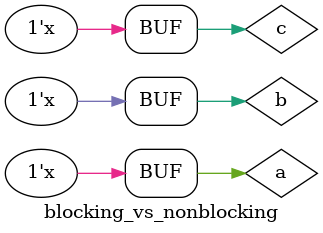
<source format=v>
module blocking_vs_nonblocking ();

    // BLOCKING
    initial
        begin
            // Assuming initially a=1 and b=2
            a = #5 b;
            c = #10 a;
        end

    // Here, the assignment of 'c' doesn't get evaluated until the assignment of 'a' completes executing!

    /* ----- */

    // NON-BLOCKING
    initial
        begin
            // Assuming initially a=1 and b=2
            a <= #5 b;
            c <= #10 a;
        end

    // Here, the compiler schedules the assignment of 'a' at time step #5!
    // Then, it moves on to the next statement which schedules the assignment of 'c' at time step #10!

endmodule

</source>
